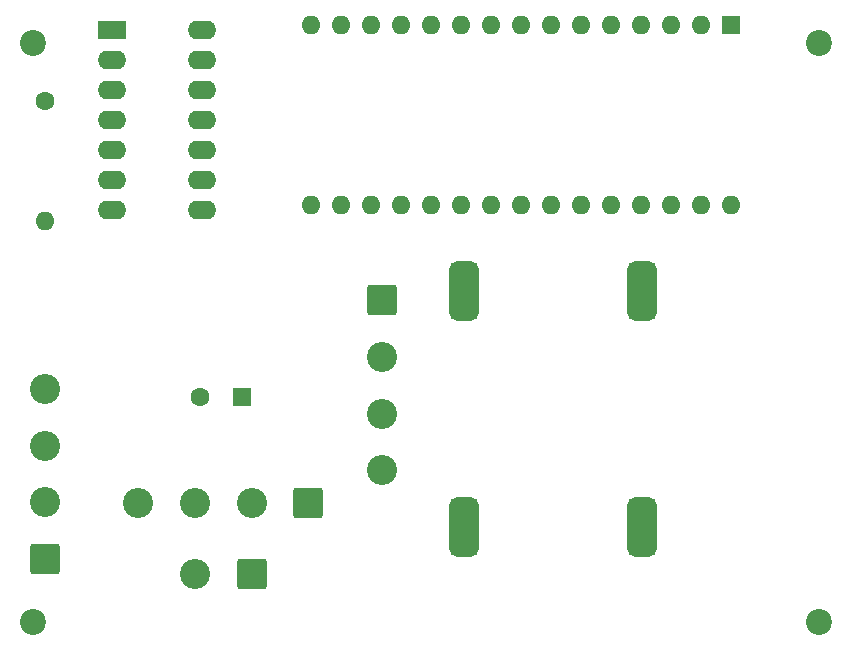
<source format=gts>
G04 #@! TF.GenerationSoftware,KiCad,Pcbnew,8.0.8*
G04 #@! TF.CreationDate,2025-01-16T17:39:40+01:00*
G04 #@! TF.ProjectId,led_matrix,6c65645f-6d61-4747-9269-782e6b696361,rev?*
G04 #@! TF.SameCoordinates,Original*
G04 #@! TF.FileFunction,Soldermask,Top*
G04 #@! TF.FilePolarity,Negative*
%FSLAX46Y46*%
G04 Gerber Fmt 4.6, Leading zero omitted, Abs format (unit mm)*
G04 Created by KiCad (PCBNEW 8.0.8) date 2025-01-16 17:39:40*
%MOMM*%
%LPD*%
G01*
G04 APERTURE LIST*
G04 Aperture macros list*
%AMRoundRect*
0 Rectangle with rounded corners*
0 $1 Rounding radius*
0 $2 $3 $4 $5 $6 $7 $8 $9 X,Y pos of 4 corners*
0 Add a 4 corners polygon primitive as box body*
4,1,4,$2,$3,$4,$5,$6,$7,$8,$9,$2,$3,0*
0 Add four circle primitives for the rounded corners*
1,1,$1+$1,$2,$3*
1,1,$1+$1,$4,$5*
1,1,$1+$1,$6,$7*
1,1,$1+$1,$8,$9*
0 Add four rect primitives between the rounded corners*
20,1,$1+$1,$2,$3,$4,$5,0*
20,1,$1+$1,$4,$5,$6,$7,0*
20,1,$1+$1,$6,$7,$8,$9,0*
20,1,$1+$1,$8,$9,$2,$3,0*%
G04 Aperture macros list end*
%ADD10C,2.200000*%
%ADD11O,2.400000X1.600000*%
%ADD12R,2.400000X1.600000*%
%ADD13RoundRect,0.631000X0.631000X-1.869000X0.631000X1.869000X-0.631000X1.869000X-0.631000X-1.869000X0*%
%ADD14RoundRect,0.249999X-1.025001X1.025001X-1.025001X-1.025001X1.025001X-1.025001X1.025001X1.025001X0*%
%ADD15C,2.550000*%
%ADD16RoundRect,0.249999X1.025001X1.025001X-1.025001X1.025001X-1.025001X-1.025001X1.025001X-1.025001X0*%
%ADD17C,1.600000*%
%ADD18O,1.600000X1.600000*%
%ADD19RoundRect,0.249999X1.025001X-1.025001X1.025001X1.025001X-1.025001X1.025001X-1.025001X-1.025001X0*%
%ADD20R,1.600000X1.600000*%
G04 APERTURE END LIST*
D10*
X182000000Y-132000000D03*
X115500000Y-132000000D03*
X182000000Y-83000000D03*
X115500000Y-83000000D03*
D11*
X129795000Y-81875000D03*
X129795000Y-84415000D03*
X129795000Y-86955000D03*
X129795000Y-89495000D03*
X129795000Y-92035000D03*
X129795000Y-94575000D03*
X129795000Y-97115000D03*
X122175000Y-97115000D03*
X122175000Y-94575000D03*
X122175000Y-92035000D03*
X122175000Y-89495000D03*
X122175000Y-86955000D03*
X122175000Y-84415000D03*
D12*
X122175000Y-81875000D03*
D13*
X152000000Y-124000000D03*
X167000000Y-124000000D03*
X152000000Y-104000000D03*
X167000000Y-104000000D03*
D14*
X145000000Y-104800000D03*
D15*
X145000000Y-109600000D03*
X145000000Y-114400000D03*
X145000000Y-119200000D03*
D16*
X138800000Y-122000000D03*
D15*
X134000000Y-122000000D03*
X129200000Y-122000000D03*
X124400000Y-122000000D03*
D17*
X116500000Y-87920000D03*
D18*
X116500000Y-98080000D03*
D16*
X134000000Y-128000000D03*
D15*
X129200000Y-128000000D03*
D19*
X116500000Y-126700000D03*
D15*
X116500000Y-121900000D03*
X116500000Y-117100000D03*
X116500000Y-112300000D03*
D20*
X133152651Y-113000000D03*
D17*
X129652651Y-113000000D03*
D20*
X174540000Y-81500000D03*
D18*
X172000000Y-81500000D03*
X169460000Y-81500000D03*
X166920000Y-81500000D03*
X164380000Y-81500000D03*
X161840000Y-81500000D03*
X159300000Y-81500000D03*
X156760000Y-81500000D03*
X154220000Y-81500000D03*
X151680000Y-81500000D03*
X149140000Y-81500000D03*
X146600000Y-81500000D03*
X144060000Y-81500000D03*
X141520000Y-81500000D03*
X138980000Y-81500000D03*
X138980000Y-96740000D03*
X141520000Y-96740000D03*
X144060000Y-96740000D03*
X146600000Y-96740000D03*
X149140000Y-96740000D03*
X151680000Y-96740000D03*
X154220000Y-96740000D03*
X156760000Y-96740000D03*
X159300000Y-96740000D03*
X161840000Y-96740000D03*
X164380000Y-96740000D03*
X166920000Y-96740000D03*
X169460000Y-96740000D03*
X172000000Y-96740000D03*
X174540000Y-96740000D03*
M02*

</source>
